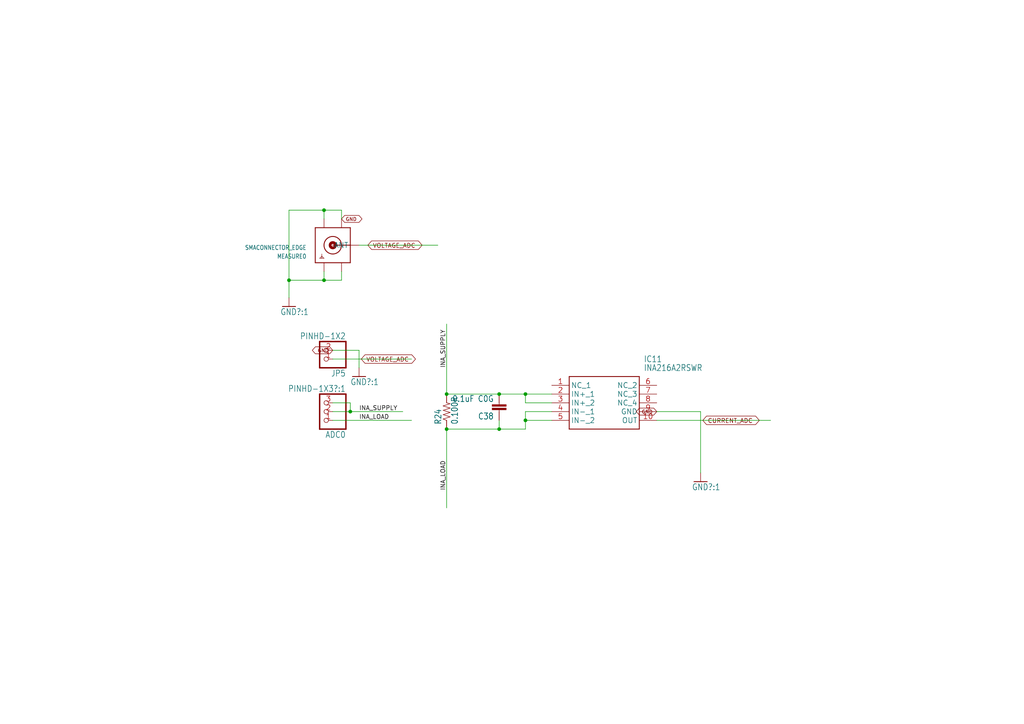
<source format=kicad_sch>
(kicad_sch (version 20250114) (generator "eeschema") (generator_version "9.0")
  (paper "A4")
  (lib_symbols
    (symbol "L1_2025_v1.4-eagle-import:CAP0402-CAP"
      (property "Reference" "C" (at 1.524 2.921 0))
      (symbol "CAP0402-CAP_1_0"
        (rectangle (start -2.032 1.524) (end 2.032 2.032) (fill (type outline)))
        (rectangle (start -2.032 0.508) (end 2.032 1.016) (fill (type outline)))
        (polyline (pts (xy 0 2.54) (xy 0 2.032)) (stroke (width 0.1524)))
        (polyline (pts (xy 0 0) (xy 0 0.508)) (stroke (width 0.1524)))
        (pin passive line (at 0 5.08 270) (length 2.54) (name "1") (number "1"))
        (pin passive line (at 0 -2.54 90) (length 2.54) (name "2") (number "2"))
      )
    )
    (symbol "L1_2025_v1.4-eagle-import:GND?{colon}1" (power)
      (symbol "GND?{colon}1_1_0"
        (polyline (pts (xy -1.905 0) (xy 1.905 0)) (stroke (width 0.254)))
        (pin power_in line (at 0 2.54 270) (length 2.54) (name "GND") (number "1"))
      )
    )
    (symbol "L1_2025_v1.4-eagle-import:INA216A2RSWR"
      (property "Reference" "IC" (at 26.67 7.62 0))
      (symbol "INA216A2RSWR_1_0"
        (polyline (pts (xy 5.08 2.54) (xy 5.08 -12.7)) (stroke (width 0.254)))
        (polyline (pts (xy 5.08 2.54) (xy 25.4 2.54)) (stroke (width 0.254)))
        (polyline (pts (xy 25.4 -12.7) (xy 5.08 -12.7)) (stroke (width 0.254)))
        (polyline (pts (xy 25.4 -12.7) (xy 25.4 2.54)) (stroke (width 0.254)))
        (pin bidirectional line (at 0 0 0) (length 5.08) (name "NC_1") (number "1"))
        (pin bidirectional line (at 0 -2.54 0) (length 5.08) (name "IN+_1") (number "2"))
        (pin bidirectional line (at 0 -5.08 0) (length 5.08) (name "IN+_2") (number "3"))
        (pin bidirectional line (at 0 -7.62 0) (length 5.08) (name "IN-_1") (number "4"))
        (pin bidirectional line (at 0 -10.16 0) (length 5.08) (name "IN-_2") (number "5"))
        (pin bidirectional line (at 30.48 0 180) (length 5.08) (name "NC_2") (number "6"))
        (pin bidirectional line (at 30.48 -2.54 180) (length 5.08) (name "NC_3") (number "7"))
        (pin bidirectional line (at 30.48 -5.08 180) (length 5.08) (name "NC_4") (number "8"))
        (pin bidirectional line (at 30.48 -7.62 180) (length 5.08) (name "GND") (number "9"))
        (pin bidirectional line (at 30.48 -10.16 180) (length 5.08) (name "OUT") (number "10"))
      )
    )
    (symbol "L1_2025_v1.4-eagle-import:PINHD-1X2"
      (property "Reference" "JP" (at -6.35 5.715 0))
      (symbol "PINHD-1X2_1_0"
        (polyline (pts (xy -6.35 5.08) (xy -6.35 -2.54)) (stroke (width 0.4064)))
        (polyline (pts (xy -6.35 -2.54) (xy 1.27 -2.54)) (stroke (width 0.4064)))
        (polyline (pts (xy 1.27 5.08) (xy -6.35 5.08)) (stroke (width 0.4064)))
        (polyline (pts (xy 1.27 -2.54) (xy 1.27 5.08)) (stroke (width 0.4064)))
        (pin passive inverted (at -2.54 2.54 0) (length 2.54) (name "1") (number "1"))
        (pin passive inverted (at -2.54 0 0) (length 2.54) (name "2") (number "2"))
      )
    )
    (symbol "L1_2025_v1.4-eagle-import:PINHD-1X3?{colon}1"
      (property "Reference" "JP" (at -6.35 5.715 0))
      (symbol "PINHD-1X3?{colon}1_1_0"
        (polyline (pts (xy -6.35 5.08) (xy -6.35 -5.08)) (stroke (width 0.4064)))
        (polyline (pts (xy -6.35 -5.08) (xy 1.27 -5.08)) (stroke (width 0.4064)))
        (polyline (pts (xy 1.27 5.08) (xy -6.35 5.08)) (stroke (width 0.4064)))
        (polyline (pts (xy 1.27 -5.08) (xy 1.27 5.08)) (stroke (width 0.4064)))
        (pin passive inverted (at -2.54 2.54 0) (length 2.54) (name "1") (number "1"))
        (pin passive inverted (at -2.54 0 0) (length 2.54) (name "2") (number "2"))
        (pin passive inverted (at -2.54 -2.54 0) (length 2.54) (name "3") (number "3"))
      )
    )
    (symbol "L1_2025_v1.4-eagle-import:RESISTOR?{colon}12512"
      (property "Reference" "R" (at -3.81 1.4986 0))
      (symbol "RESISTOR?{colon}12512_1_0"
        (polyline (pts (xy -2.54 0) (xy -2.159 1.016)) (stroke (width 0.1524)))
        (polyline (pts (xy -2.159 1.016) (xy -1.524 -1.016)) (stroke (width 0.1524)))
        (polyline (pts (xy -1.524 -1.016) (xy -0.889 1.016)) (stroke (width 0.1524)))
        (polyline (pts (xy -0.889 1.016) (xy -0.254 -1.016)) (stroke (width 0.1524)))
        (polyline (pts (xy -0.254 -1.016) (xy 0.381 1.016)) (stroke (width 0.1524)))
        (polyline (pts (xy 0.381 1.016) (xy 1.016 -1.016)) (stroke (width 0.1524)))
        (polyline (pts (xy 1.016 -1.016) (xy 1.651 1.016)) (stroke (width 0.1524)))
        (polyline (pts (xy 1.651 1.016) (xy 2.286 -1.016)) (stroke (width 0.1524)))
        (polyline (pts (xy 2.286 -1.016) (xy 2.54 0)) (stroke (width 0.1524)))
        (pin passive line (at -5.08 0 0) (length 2.54) (name "1") (number "1"))
        (pin passive line (at 5.08 0 180) (length 2.54) (name "2") (number "2"))
      )
    )
    (symbol "L1_2025_v1.4-eagle-import:SMACONNECTOR_EDGE"
      (property "Reference" "X" (at 7.62 2.54 0))
      (symbol "SMACONNECTOR_EDGE_1_0"
        (polyline (pts (xy -5.08 5.08) (xy 5.08 5.08)) (stroke (width 0.254)))
        (polyline (pts (xy -5.08 0) (xy -5.08 5.08)) (stroke (width 0.254)))
        (polyline (pts (xy -5.08 0) (xy 0 0)) (stroke (width 0.254)))
        (polyline (pts (xy -5.08 -5.08) (xy -5.08 0)) (stroke (width 0.254)))
        (circle (center 0 0) (radius 0.3592) (stroke (width 0.8128)))
        (circle (center 0 0) (radius 2.54) (stroke (width 0.254)))
        (polyline (pts (xy 2.54 3.81) (xy 3.175 3.81)) (stroke (width 0.127)))
        (polyline (pts (xy 3.175 3.81) (xy 3.175 2.54)) (stroke (width 0.127)))
        (polyline (pts (xy 3.175 3.81) (xy 3.81 3.81)) (stroke (width 0.127)))
        (polyline (pts (xy 3.175 3.175) (xy 2.54 3.81)) (stroke (width 0.127)))
        (polyline (pts (xy 3.81 3.81) (xy 3.175 3.175)) (stroke (width 0.127)))
        (polyline (pts (xy 5.08 5.08) (xy 5.08 -5.08)) (stroke (width 0.254)))
        (polyline (pts (xy 5.08 -5.08) (xy -5.08 -5.08)) (stroke (width 0.254)))
        (pin bidirectional line (at -7.62 0 0) (length 2.54) (name "ANT") (number "P"))
        (pin power_in line (at -2.54 7.62 270) (length 2.54) (name "GND1") (number "GND@4"))
        (pin power_in line (at -2.54 -7.62 90) (length 2.54) (name "GND3") (number "GND@2"))
        (pin power_in line (at 2.54 7.62 270) (length 2.54) (name "GND2") (number "GND@3"))
        (pin power_in line (at 2.54 -7.62 90) (length 2.54) (name "GND4") (number "GND@1"))
      )
    )
  )
  (junction (at 144.78 114.3))
  (junction (at 152.4 114.3))
  (junction (at 129.54 124.46))
  (junction (at 101.6 119.38))
  (junction (at 144.78 124.46))
  (junction (at 129.54 114.3))
  (junction (at 93.98 81.28))
  (junction (at 93.98 60.96))
  (junction (at 152.4 121.92))
  (junction (at 83.82 81.28))
  (wire (pts (xy 99.06 60.96) (xy 93.98 60.96)) (stroke (width 0.1524)))
  (wire (pts (xy 93.98 60.96) (xy 93.98 63.5)) (stroke (width 0.1524)))
  (wire (pts (xy 129.54 124.46) (xy 129.54 147.32)) (stroke (width 0.1524)))
  (wire (pts (xy 190.5 121.92) (xy 223.52 121.92)) (stroke (width 0.1524)))
  (wire (pts (xy 152.4 119.38) (xy 152.4 121.92)) (stroke (width 0.1524)))
  (wire (pts (xy 104.14 71.12) (xy 127 71.12)) (stroke (width 0.1524)))
  (wire (pts (xy 152.4 121.92) (xy 152.4 124.46)) (stroke (width 0.1524)))
  (wire (pts (xy 93.98 81.28) (xy 99.06 81.28)) (stroke (width 0.1524)))
  (wire (pts (xy 129.54 114.3) (xy 129.54 93.98)) (stroke (width 0.1524)))
  (wire (pts (xy 152.4 114.3) (xy 144.78 114.3)) (stroke (width 0.1524)))
  (wire (pts (xy 160.02 119.38) (xy 152.4 119.38)) (stroke (width 0.1524)))
  (wire (pts (xy 93.98 60.96) (xy 83.82 60.96)) (stroke (width 0.1524)))
  (wire (pts (xy 96.52 101.6) (xy 104.14 101.6)) (stroke (width 0.1524)))
  (wire (pts (xy 144.78 114.3) (xy 129.54 114.3)) (stroke (width 0.1524)))
  (wire (pts (xy 203.2 119.38) (xy 203.2 137.16)) (stroke (width 0.1524)))
  (wire (pts (xy 83.82 86.36) (xy 83.82 81.28)) (stroke (width 0.1524)))
  (wire (pts (xy 152.4 121.92) (xy 160.02 121.92)) (stroke (width 0.1524)))
  (wire (pts (xy 152.4 116.84) (xy 152.4 114.3)) (stroke (width 0.1524)))
  (wire (pts (xy 152.4 114.3) (xy 160.02 114.3)) (stroke (width 0.1524)))
  (wire (pts (xy 116.84 119.38) (xy 101.6 119.38)) (stroke (width 0.1524)))
  (wire (pts (xy 83.82 81.28) (xy 93.98 81.28)) (stroke (width 0.1524)))
  (wire (pts (xy 104.14 101.6) (xy 104.14 106.68)) (stroke (width 0.1524)))
  (wire (pts (xy 99.06 63.5) (xy 99.06 60.96)) (stroke (width 0.1524)))
  (wire (pts (xy 96.52 121.92) (xy 119.38 121.92)) (stroke (width 0.1524)))
  (wire (pts (xy 144.78 124.46) (xy 129.54 124.46)) (stroke (width 0.1524)))
  (wire (pts (xy 101.6 116.84) (xy 101.6 119.38)) (stroke (width 0.1524)))
  (wire (pts (xy 96.52 104.14) (xy 119.38 104.14)) (stroke (width 0.1524)))
  (wire (pts (xy 152.4 124.46) (xy 144.78 124.46)) (stroke (width 0.1524)))
  (wire (pts (xy 190.5 119.38) (xy 203.2 119.38)) (stroke (width 0.1524)))
  (wire (pts (xy 101.6 119.38) (xy 96.52 119.38)) (stroke (width 0.1524)))
  (wire (pts (xy 83.82 60.96) (xy 83.82 81.28)) (stroke (width 0.1524)))
  (wire (pts (xy 96.52 116.84) (xy 101.6 116.84)) (stroke (width 0.1524)))
  (wire (pts (xy 99.06 78.74) (xy 99.06 81.28)) (stroke (width 0.1524)))
  (wire (pts (xy 144.78 121.92) (xy 144.78 124.46)) (stroke (width 0.1524)))
  (wire (pts (xy 93.98 78.74) (xy 93.98 81.28)) (stroke (width 0.1524)))
  (wire (pts (xy 160.02 116.84) (xy 152.4 116.84)) (stroke (width 0.1524)))
  (label "INA_SUPPLY" (at 104.14 119.38 0) (effects (font (size 1.2446 1.2446))))
  (label "INA_LOAD" (at 104.14 121.92 0) (effects (font (size 1.2446 1.2446))))
  (label "INA_SUPPLY" (at 129.54 106.68 90) (effects (font (size 1.2446 1.2446))))
  (label "INA_LOAD" (at 129.54 142.24 90) (effects (font (size 1.2446 1.2446))))
  (global_label "VOLTAGE_ADC" (shape bidirectional) (at 104.775 104.14 0) (effects (font (size 1.2446 1.2446))) (property "Intersheetrefs" "${INTERSHEET_REFS}" (effects (hide yes))))
  (global_label "VOLTAGE_ADC" (shape bidirectional) (at 106.68 71.12 0) (effects (font (size 1.2446 1.2446))) (property "Intersheetrefs" "${INTERSHEET_REFS}" (effects (hide yes))))
  (global_label "GND" (shape bidirectional) (at 96.52 101.6 180) (effects (font (size 1.016 1.016))) (property "Intersheetrefs" "${INTERSHEET_REFS}" (effects (hide yes))))
  (global_label "CURRENT_ADC" (shape bidirectional) (at 203.835 121.92 0) (effects (font (size 1.2446 1.2446))) (property "Intersheetrefs" "${INTERSHEET_REFS}" (effects (hide yes))))
  (global_label "GND" (shape bidirectional) (at 190.5 119.38 180) (effects (font (size 1.016 1.016))) (property "Intersheetrefs" "${INTERSHEET_REFS}" (effects (hide yes))))
  (global_label "GND" (shape bidirectional) (at 99.06 63.5 0) (effects (font (size 1.016 1.016))) (property "Intersheetrefs" "${INTERSHEET_REFS}" (effects (hide yes))))
  (symbol (lib_id "L1_2025_v1.4-eagle-import:GND?{colon}1") (at 83.82 88.9 0) (unit 1)
    (property "Reference" "#GND54" (effects (hide yes)))
    (property "Value" "GND?{colon}1" (at 81.28 91.44 0) (effects (font (size 1.778 1.5113)) (justify left bottom)))
  )
  (symbol (lib_id "L1_2025_v1.4-eagle-import:GND?{colon}1") (at 203.2 139.7 0) (unit 1)
    (property "Reference" "#GND36" (effects (hide yes)))
    (property "Value" "GND?{colon}1" (at 200.66 142.24 0) (effects (font (size 1.778 1.5113)) (justify left bottom)))
  )
  (symbol (lib_id "L1_2025_v1.4-eagle-import:GND?{colon}1") (at 104.14 109.22 0) (unit 1)
    (property "Reference" "#GND37" (effects (hide yes)))
    (property "Value" "GND?{colon}1" (at 101.6 111.76 0) (effects (font (size 1.778 1.5113)) (justify left bottom)))
  )
  (symbol (lib_id "L1_2025_v1.4-eagle-import:PINHD-1X2") (at 93.98 101.6 180) (unit 1)
    (property "Reference" "JP5" (at 100.33 107.315 0) (effects (font (size 1.778 1.5113)) (justify left bottom)))
    (property "Value" "PINHD-1X2" (at 100.33 96.52 0) (effects (font (size 1.778 1.5113)) (justify left bottom)))
    (property "Footprint" "L1_2025_v1.4:1X02" (effects (hide yes)))
  )
  (symbol (lib_id "L1_2025_v1.4-eagle-import:INA216A2RSWR") (at 160.02 111.76 0) (unit 1)
    (property "Reference" "IC11" (at 186.69 104.14 0) (effects (font (size 1.778 1.5113)) (justify left)))
    (property "Value" "INA216A2RSWR" (at 186.69 106.68 0) (effects (font (size 1.778 1.5113)) (justify left)))
    (property "Footprint" "L1_2025_v1.4:INA216A2RSWR" (effects (hide yes)))
  )
  (symbol (lib_id "L1_2025_v1.4-eagle-import:SMACONNECTOR_EDGE") (at 96.52 71.12 180) (unit 1)
    (property "Reference" "MEASURE0" (at 88.9 73.66 0) (effects (font (size 1.27 1.0795)) (justify left bottom)))
    (property "Value" "SMACONNECTOR_EDGE" (at 88.9 71.12 0) (effects (font (size 1.27 1.0795)) (justify left bottom)))
    (property "Footprint" "L1_2025_v1.4:SMA_EDGELAUNCH" (effects (hide yes)))
  )
  (symbol (lib_id "L1_2025_v1.4-eagle-import:PINHD-1X3?{colon}1") (at 93.98 119.38 180) (unit 1)
    (property "Reference" "ADC0" (at 100.33 125.095 0) (effects (font (size 1.778 1.5113)) (justify left bottom)))
    (property "Value" "PINHD-1X3?{colon}1" (at 100.33 111.76 0) (effects (font (size 1.778 1.5113)) (justify left bottom)))
    (property "Footprint" "L1_2025_v1.4:1X03_1" (effects (hide yes)))
  )
  (symbol (lib_id "L1_2025_v1.4-eagle-import:CAP0402-CAP") (at 144.78 116.84 180) (unit 1)
    (property "Reference" "C38" (at 143.256 119.761 0) (effects (font (size 1.778 1.5113)) (justify left bottom)))
    (property "Value" "0.1uF C0G" (at 143.256 114.681 0) (effects (font (size 1.778 1.5113)) (justify left bottom)))
    (property "Footprint" "L1_2025_v1.4:0402-CAP" (effects (hide yes)))
  )
  (symbol (lib_id "L1_2025_v1.4-eagle-import:RESISTOR?{colon}12512") (at 129.54 119.38 90) (unit 1)
    (property "Reference" "R24" (at 128.0414 123.19 0) (effects (font (size 1.778 1.5113)) (justify left bottom)))
    (property "Value" "0.100R" (at 132.842 123.19 0) (effects (font (size 1.778 1.5113)) (justify left bottom)))
    (property "Footprint" "L1_2025_v1.4:R2512" (effects (hide yes)))
  )
)
</source>
